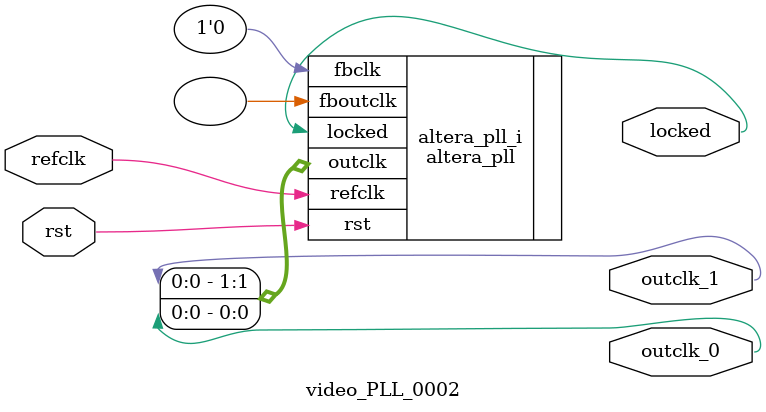
<source format=v>
`timescale 1ns/10ps
module  video_PLL_0002(

	// interface 'refclk'
	input wire refclk,

	// interface 'reset'
	input wire rst,

	// interface 'outclk0'
	output wire outclk_0,

	// interface 'outclk1'
	output wire outclk_1,

	// interface 'locked'
	output wire locked
);

	altera_pll #(
		.fractional_vco_multiplier("false"),
		.reference_clock_frequency("50.0 MHz"),
		.operation_mode("direct"),
		.number_of_clocks(2),
		.output_clock_frequency0("50.000000 MHz"),
		.phase_shift0("0 ps"),
		.duty_cycle0(50),
		.output_clock_frequency1("25.000000 MHz"),
		.phase_shift1("0 ps"),
		.duty_cycle1(50),
		.output_clock_frequency2("0 MHz"),
		.phase_shift2("0 ps"),
		.duty_cycle2(50),
		.output_clock_frequency3("0 MHz"),
		.phase_shift3("0 ps"),
		.duty_cycle3(50),
		.output_clock_frequency4("0 MHz"),
		.phase_shift4("0 ps"),
		.duty_cycle4(50),
		.output_clock_frequency5("0 MHz"),
		.phase_shift5("0 ps"),
		.duty_cycle5(50),
		.output_clock_frequency6("0 MHz"),
		.phase_shift6("0 ps"),
		.duty_cycle6(50),
		.output_clock_frequency7("0 MHz"),
		.phase_shift7("0 ps"),
		.duty_cycle7(50),
		.output_clock_frequency8("0 MHz"),
		.phase_shift8("0 ps"),
		.duty_cycle8(50),
		.output_clock_frequency9("0 MHz"),
		.phase_shift9("0 ps"),
		.duty_cycle9(50),
		.output_clock_frequency10("0 MHz"),
		.phase_shift10("0 ps"),
		.duty_cycle10(50),
		.output_clock_frequency11("0 MHz"),
		.phase_shift11("0 ps"),
		.duty_cycle11(50),
		.output_clock_frequency12("0 MHz"),
		.phase_shift12("0 ps"),
		.duty_cycle12(50),
		.output_clock_frequency13("0 MHz"),
		.phase_shift13("0 ps"),
		.duty_cycle13(50),
		.output_clock_frequency14("0 MHz"),
		.phase_shift14("0 ps"),
		.duty_cycle14(50),
		.output_clock_frequency15("0 MHz"),
		.phase_shift15("0 ps"),
		.duty_cycle15(50),
		.output_clock_frequency16("0 MHz"),
		.phase_shift16("0 ps"),
		.duty_cycle16(50),
		.output_clock_frequency17("0 MHz"),
		.phase_shift17("0 ps"),
		.duty_cycle17(50),
		.pll_type("General"),
		.pll_subtype("General")
	) altera_pll_i (
		.rst	(rst),
		.outclk	({outclk_1, outclk_0}),
		.locked	(locked),
		.fboutclk	( ),
		.fbclk	(1'b0),
		.refclk	(refclk)
	);
endmodule


</source>
